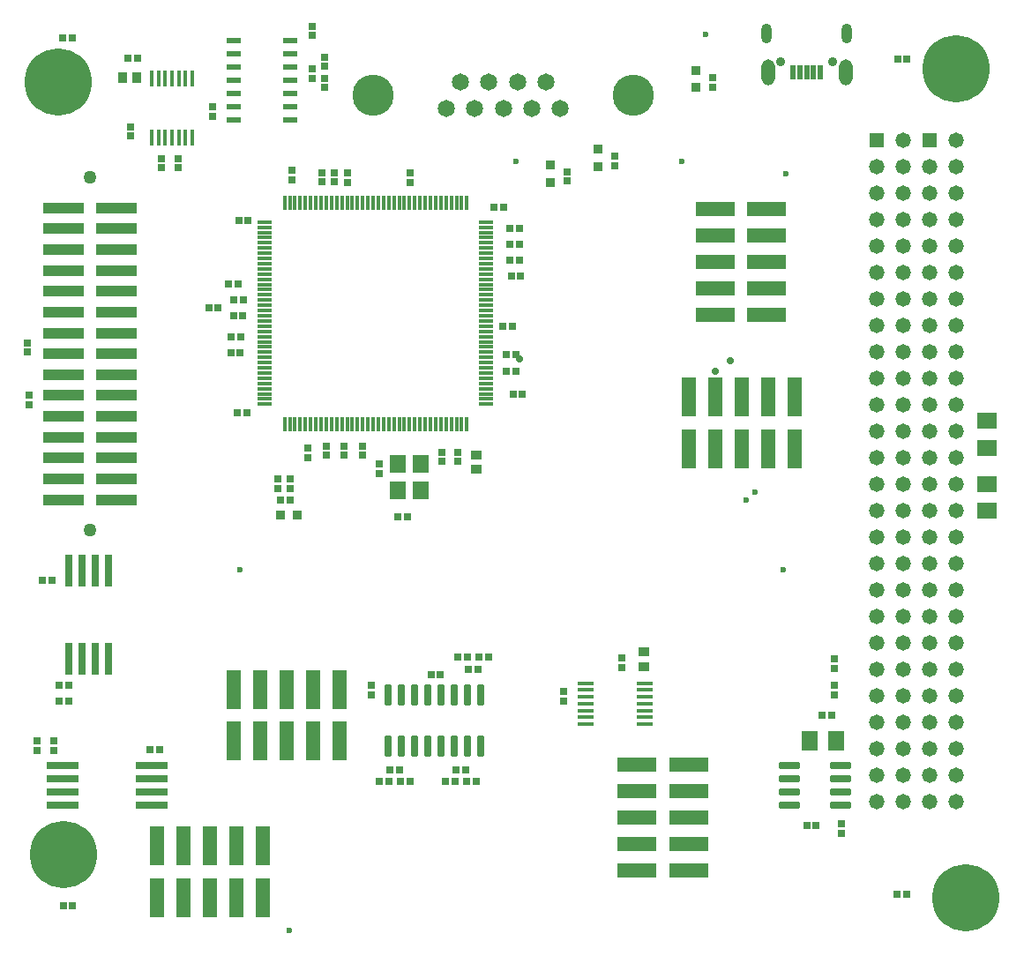
<source format=gbr>
%TF.GenerationSoftware,Altium Limited,Altium Designer,21.8.1 (53)*%
G04 Layer_Color=8388736*
%FSLAX45Y45*%
%MOMM*%
%TF.SameCoordinates,27AF3B28-2B88-43EB-8C06-45BE792F9E07*%
%TF.FilePolarity,Negative*%
%TF.FileFunction,Soldermask,Top*%
%TF.Part,Single*%
G01*
G75*
%TA.AperFunction,SMDPad,CuDef*%
%ADD19R,1.46050X0.53340*%
%TA.AperFunction,ComponentPad*%
%ADD39C,1.65100*%
%TA.AperFunction,ViaPad*%
%ADD48C,0.60000*%
%TA.AperFunction,SMDPad,CuDef*%
%ADD75R,1.50160X0.45160*%
%ADD77R,0.65160X0.65160*%
%ADD79R,0.65160X0.65160*%
%ADD80R,1.00160X0.90160*%
%TA.AperFunction,ComponentPad*%
%ADD81C,3.96240*%
%ADD82C,0.90160*%
%ADD83O,1.30160X2.50160*%
%ADD84O,1.00160X1.90160*%
%ADD85C,1.26460*%
%ADD86C,1.47160*%
%ADD87R,1.47160X1.47160*%
%ADD88C,6.45160*%
%TA.AperFunction,ViaPad*%
%ADD89C,0.70320*%
%TA.AperFunction,TestPad*%
%ADD90C,0.60000*%
%TA.AperFunction,SMDPad,CuDef*%
%ADD98R,1.45160X0.45160*%
%ADD99R,0.45160X1.45160*%
%ADD100R,0.55160X1.40160*%
%ADD101R,1.60160X1.80160*%
G04:AMPARAMS|DCode=102|XSize=2.0816mm|YSize=0.6316mm|CornerRadius=0.11705mm|HoleSize=0mm|Usage=FLASHONLY|Rotation=90.000|XOffset=0mm|YOffset=0mm|HoleType=Round|Shape=RoundedRectangle|*
%AMROUNDEDRECTD102*
21,1,2.08160,0.39750,0,0,90.0*
21,1,1.84750,0.63160,0,0,90.0*
1,1,0.23410,0.19875,0.92375*
1,1,0.23410,0.19875,-0.92375*
1,1,0.23410,-0.19875,-0.92375*
1,1,0.23410,-0.19875,0.92375*
%
%ADD102ROUNDEDRECTD102*%
G04:AMPARAMS|DCode=103|XSize=2.0716mm|YSize=0.7016mm|CornerRadius=0.1258mm|HoleSize=0mm|Usage=FLASHONLY|Rotation=0.000|XOffset=0mm|YOffset=0mm|HoleType=Round|Shape=RoundedRectangle|*
%AMROUNDEDRECTD103*
21,1,2.07160,0.45000,0,0,0.0*
21,1,1.82000,0.70160,0,0,0.0*
1,1,0.25160,0.91000,-0.22500*
1,1,0.25160,-0.91000,-0.22500*
1,1,0.25160,-0.91000,0.22500*
1,1,0.25160,0.91000,0.22500*
%
%ADD103ROUNDEDRECTD103*%
%ADD104R,0.45160X1.50160*%
%ADD105R,0.70160X3.10160*%
%ADD106R,3.10160X0.70160*%
%ADD107R,3.90160X1.12160*%
%ADD108R,1.37160X3.78160*%
%ADD109R,3.78160X1.37160*%
%ADD110R,0.90160X0.90160*%
%ADD111R,0.90160X0.90160*%
%ADD112R,1.50160X1.90160*%
%ADD113R,0.90160X1.00160*%
%ADD114R,1.90160X1.50160*%
D19*
X2140585Y8699500D02*
D03*
Y8572500D02*
D03*
Y8445500D02*
D03*
Y8318500D02*
D03*
Y8191500D02*
D03*
Y8064500D02*
D03*
Y7937500D02*
D03*
X2685415D02*
D03*
Y8064500D02*
D03*
Y8191500D02*
D03*
Y8318500D02*
D03*
Y8445500D02*
D03*
Y8572500D02*
D03*
Y8699500D02*
D03*
D39*
X4181300Y8051800D02*
D03*
X4318300Y8305800D02*
D03*
X4455300Y8051800D02*
D03*
X4592300Y8305800D02*
D03*
X4729300Y8051800D02*
D03*
X4866300Y8305800D02*
D03*
X5003300Y8051800D02*
D03*
X5140300Y8305800D02*
D03*
X5277300Y8051800D02*
D03*
D48*
X2199640Y3616960D02*
D03*
X7444740Y7421880D02*
D03*
X7417661Y3616701D02*
D03*
X2672080Y160020D02*
D03*
X6446520Y7538720D02*
D03*
X4853940D02*
D03*
X6672580Y8755380D02*
D03*
D75*
X5516400Y2464260D02*
D03*
Y2399260D02*
D03*
Y2334260D02*
D03*
X6091400Y2139260D02*
D03*
X5516400D02*
D03*
Y2204260D02*
D03*
Y2269260D02*
D03*
X6091400Y2204260D02*
D03*
Y2269260D02*
D03*
Y2334260D02*
D03*
Y2399260D02*
D03*
Y2464260D02*
D03*
Y2529260D02*
D03*
X5516400D02*
D03*
D77*
X3012440Y8453120D02*
D03*
Y8543120D02*
D03*
X7975600Y1181100D02*
D03*
Y1091100D02*
D03*
X5803900Y7588800D02*
D03*
Y7498800D02*
D03*
X6743700Y8253900D02*
D03*
Y8343900D02*
D03*
X5346700Y7352200D02*
D03*
Y7442200D02*
D03*
X1943100Y8064500D02*
D03*
Y7974500D02*
D03*
X2895600Y8427000D02*
D03*
Y8337000D02*
D03*
X419100Y1885400D02*
D03*
Y1975400D02*
D03*
X2987040Y7431320D02*
D03*
Y7341320D02*
D03*
X3103880Y7431320D02*
D03*
Y7341320D02*
D03*
X177800Y5295900D02*
D03*
Y5205900D02*
D03*
X165100Y5798100D02*
D03*
Y5708100D02*
D03*
X7912100Y2672800D02*
D03*
Y2762800D02*
D03*
Y2508800D02*
D03*
Y2418800D02*
D03*
X1447800Y7569200D02*
D03*
Y7479200D02*
D03*
X1612900Y7569200D02*
D03*
Y7479200D02*
D03*
X254000Y1885400D02*
D03*
Y1975400D02*
D03*
X3035300Y4717500D02*
D03*
Y4807500D02*
D03*
X3200400Y4807500D02*
D03*
Y4717500D02*
D03*
X3012440Y8338100D02*
D03*
Y8248100D02*
D03*
X2682240Y4491820D02*
D03*
Y4401820D02*
D03*
X2565400Y4491820D02*
D03*
Y4401820D02*
D03*
X3462020Y2508800D02*
D03*
Y2418800D02*
D03*
X5306060Y2357840D02*
D03*
Y2447840D02*
D03*
X5867400Y2772960D02*
D03*
Y2682960D02*
D03*
X2895600Y8837760D02*
D03*
Y8747760D02*
D03*
X1155700Y7784000D02*
D03*
Y7874000D02*
D03*
X3543300Y4545500D02*
D03*
Y4635500D02*
D03*
X2705100Y7366000D02*
D03*
Y7456000D02*
D03*
X3238500Y7340600D02*
D03*
Y7430600D02*
D03*
X3835400Y7340600D02*
D03*
Y7430600D02*
D03*
X3378200Y4807500D02*
D03*
Y4717500D02*
D03*
X2857500Y4787900D02*
D03*
Y4697900D02*
D03*
X4140200Y4749800D02*
D03*
Y4659800D02*
D03*
X4292600Y4749800D02*
D03*
Y4659800D02*
D03*
D79*
X3811100Y4127500D02*
D03*
X3721100D02*
D03*
X4037500Y2613660D02*
D03*
X4127500D02*
D03*
X4395640Y2667000D02*
D03*
X4485640D02*
D03*
X558800Y2514600D02*
D03*
X468800D02*
D03*
X2190200Y6972300D02*
D03*
X2280200D02*
D03*
X2235200Y6210300D02*
D03*
X2145200D02*
D03*
X1993900Y6134100D02*
D03*
X1903900D02*
D03*
X2229400Y6057900D02*
D03*
X2139400D02*
D03*
X2114000Y5702300D02*
D03*
X2204000D02*
D03*
X4762500Y5524500D02*
D03*
X4852500D02*
D03*
X4762500Y5689600D02*
D03*
X4852500D02*
D03*
X4498340Y2781300D02*
D03*
X4588340D02*
D03*
X558800Y2362200D02*
D03*
X468800D02*
D03*
X4294040Y2781300D02*
D03*
X4384040D02*
D03*
X4379680Y1584960D02*
D03*
X4469680D02*
D03*
X4278080Y1699260D02*
D03*
X4368080D02*
D03*
X4174660Y1584960D02*
D03*
X4264660D02*
D03*
X3629660D02*
D03*
X3539660D02*
D03*
X3730540Y1699260D02*
D03*
X3640540D02*
D03*
X3833960Y1584960D02*
D03*
X3743960D02*
D03*
X4793700Y6591300D02*
D03*
X4883700D02*
D03*
X4793700Y6743700D02*
D03*
X4883700D02*
D03*
X4793700Y6896100D02*
D03*
X4883700D02*
D03*
X8599000Y508000D02*
D03*
X8509000D02*
D03*
X506900Y393700D02*
D03*
X596900D02*
D03*
X8604800Y8521700D02*
D03*
X8514800D02*
D03*
X501100Y8724900D02*
D03*
X591100D02*
D03*
X2590800Y4284980D02*
D03*
X2680800D02*
D03*
X7790900Y2222500D02*
D03*
X7880900D02*
D03*
X7731760Y1165860D02*
D03*
X7641760D02*
D03*
X1130300Y8534400D02*
D03*
X1220300D02*
D03*
X304800Y3517900D02*
D03*
X394800D02*
D03*
X1429300Y1892300D02*
D03*
X1339300D02*
D03*
X2270040Y5125720D02*
D03*
X2180040D02*
D03*
X2209800Y5854700D02*
D03*
X2119800D02*
D03*
X2184400Y6362700D02*
D03*
X2094400D02*
D03*
X4643120Y7099300D02*
D03*
X4733120D02*
D03*
X4806400Y6438900D02*
D03*
X4896400D02*
D03*
X4724400Y5956300D02*
D03*
X4814400D02*
D03*
X4824900Y5308600D02*
D03*
X4914900D02*
D03*
D80*
X6083300Y2689860D02*
D03*
Y2829860D02*
D03*
X4470400Y4724400D02*
D03*
Y4584400D02*
D03*
D81*
X3479800Y8178800D02*
D03*
X5978800D02*
D03*
D82*
X7391400Y8496300D02*
D03*
X7891400D02*
D03*
D83*
X7268900Y8391300D02*
D03*
X8013900D02*
D03*
D84*
X7253900Y8771300D02*
D03*
X8028900D02*
D03*
D85*
X762500Y4000300D02*
D03*
Y7385300D02*
D03*
D86*
X8572500Y2667000D02*
D03*
Y2921000D02*
D03*
Y3429000D02*
D03*
Y3175000D02*
D03*
Y3937000D02*
D03*
Y4191000D02*
D03*
Y4445000D02*
D03*
Y4953000D02*
D03*
Y4699000D02*
D03*
Y5461000D02*
D03*
Y5969000D02*
D03*
Y5207000D02*
D03*
Y5715000D02*
D03*
Y3683000D02*
D03*
Y2413000D02*
D03*
X8318500Y6477000D02*
D03*
Y5715000D02*
D03*
Y5969000D02*
D03*
Y6223000D02*
D03*
Y5461000D02*
D03*
Y4953000D02*
D03*
Y7493000D02*
D03*
Y6985000D02*
D03*
Y6731000D02*
D03*
Y7239000D02*
D03*
Y5207000D02*
D03*
X8572500Y1397000D02*
D03*
Y2159000D02*
D03*
Y1651000D02*
D03*
X8318500Y1905000D02*
D03*
Y1651000D02*
D03*
X8572500Y1905000D02*
D03*
X8318500Y1397000D02*
D03*
Y2159000D02*
D03*
Y2667000D02*
D03*
Y2921000D02*
D03*
Y3175000D02*
D03*
Y3429000D02*
D03*
Y3683000D02*
D03*
Y3937000D02*
D03*
Y4445000D02*
D03*
Y4699000D02*
D03*
Y2413000D02*
D03*
Y4191000D02*
D03*
X8572500Y6731000D02*
D03*
Y6477000D02*
D03*
Y7239000D02*
D03*
Y6223000D02*
D03*
Y7747000D02*
D03*
Y6985000D02*
D03*
Y7493000D02*
D03*
X9080500Y2667000D02*
D03*
Y2921000D02*
D03*
Y3429000D02*
D03*
Y3175000D02*
D03*
Y3937000D02*
D03*
Y4191000D02*
D03*
Y4445000D02*
D03*
Y4953000D02*
D03*
Y4699000D02*
D03*
Y5461000D02*
D03*
Y5969000D02*
D03*
Y5207000D02*
D03*
Y5715000D02*
D03*
Y3683000D02*
D03*
Y2413000D02*
D03*
X8826500Y6477000D02*
D03*
Y5715000D02*
D03*
Y5969000D02*
D03*
Y6223000D02*
D03*
Y5461000D02*
D03*
Y4953000D02*
D03*
Y7493000D02*
D03*
Y6985000D02*
D03*
Y6731000D02*
D03*
Y7239000D02*
D03*
Y5207000D02*
D03*
X9080500Y1397000D02*
D03*
Y2159000D02*
D03*
Y1651000D02*
D03*
X8826500Y1905000D02*
D03*
Y1651000D02*
D03*
X9080500Y1905000D02*
D03*
X8826500Y1397000D02*
D03*
Y2159000D02*
D03*
Y2667000D02*
D03*
Y2921000D02*
D03*
Y3175000D02*
D03*
Y3429000D02*
D03*
Y3683000D02*
D03*
Y3937000D02*
D03*
Y4445000D02*
D03*
Y4699000D02*
D03*
Y2413000D02*
D03*
Y4191000D02*
D03*
X9080500Y6731000D02*
D03*
Y6477000D02*
D03*
Y7239000D02*
D03*
Y6223000D02*
D03*
Y7747000D02*
D03*
Y6985000D02*
D03*
Y7493000D02*
D03*
D87*
X8318500Y7747000D02*
D03*
X8826500D02*
D03*
D88*
X9169400Y469900D02*
D03*
X9080500Y8432800D02*
D03*
X457200Y8305800D02*
D03*
X508000Y889000D02*
D03*
D89*
X6769100Y5527040D02*
D03*
X4882280Y5641340D02*
D03*
X6908800Y5623560D02*
D03*
D90*
X7062295Y4291889D02*
D03*
X7150100Y4363720D02*
D03*
D98*
X2442700Y5208300D02*
D03*
Y5258300D02*
D03*
Y5308300D02*
D03*
Y5358300D02*
D03*
Y5408300D02*
D03*
Y5458300D02*
D03*
Y5508300D02*
D03*
Y5558300D02*
D03*
Y5608300D02*
D03*
Y5658300D02*
D03*
Y5708300D02*
D03*
Y5758300D02*
D03*
Y5808300D02*
D03*
Y5858300D02*
D03*
Y5908300D02*
D03*
Y5958300D02*
D03*
Y6008300D02*
D03*
Y6058300D02*
D03*
Y6108300D02*
D03*
Y6158300D02*
D03*
Y6208300D02*
D03*
Y6258300D02*
D03*
Y6308300D02*
D03*
Y6358300D02*
D03*
Y6408300D02*
D03*
Y6458300D02*
D03*
Y6508300D02*
D03*
Y6558300D02*
D03*
Y6608300D02*
D03*
Y6658300D02*
D03*
Y6708300D02*
D03*
Y6758300D02*
D03*
Y6808300D02*
D03*
Y6858300D02*
D03*
Y6908300D02*
D03*
Y6958300D02*
D03*
X4567700D02*
D03*
Y6908300D02*
D03*
Y6858300D02*
D03*
Y6808300D02*
D03*
Y6758300D02*
D03*
Y6708300D02*
D03*
Y6658300D02*
D03*
Y6608300D02*
D03*
Y6558300D02*
D03*
Y6508300D02*
D03*
Y6458300D02*
D03*
Y6408300D02*
D03*
Y6358300D02*
D03*
Y6308300D02*
D03*
Y6258300D02*
D03*
Y6208300D02*
D03*
Y6158300D02*
D03*
Y6108300D02*
D03*
Y6058300D02*
D03*
Y6008300D02*
D03*
Y5958300D02*
D03*
Y5908300D02*
D03*
Y5858300D02*
D03*
Y5808300D02*
D03*
Y5758300D02*
D03*
Y5708300D02*
D03*
Y5658300D02*
D03*
Y5608300D02*
D03*
Y5558300D02*
D03*
Y5508300D02*
D03*
Y5458300D02*
D03*
Y5408300D02*
D03*
Y5358300D02*
D03*
Y5308300D02*
D03*
Y5258300D02*
D03*
Y5208300D02*
D03*
D99*
X2630200Y7145800D02*
D03*
X2680200D02*
D03*
X2730200D02*
D03*
X2780200D02*
D03*
X2830200D02*
D03*
X2880200D02*
D03*
X2930200D02*
D03*
X2980200D02*
D03*
X3030200D02*
D03*
X3080200D02*
D03*
X3130200D02*
D03*
X3180200D02*
D03*
X3230200D02*
D03*
X3280200D02*
D03*
X3330200D02*
D03*
X3380200D02*
D03*
X3430200D02*
D03*
X3480200D02*
D03*
X3530200D02*
D03*
X3580200D02*
D03*
X3630200D02*
D03*
X3680200D02*
D03*
X3730200D02*
D03*
X3780200D02*
D03*
X3830200D02*
D03*
X3880200D02*
D03*
X3930200D02*
D03*
X3980200D02*
D03*
X4030200D02*
D03*
X4080200D02*
D03*
X4130200D02*
D03*
X4180200D02*
D03*
X4230200D02*
D03*
X4280200D02*
D03*
X4330200D02*
D03*
X4380200D02*
D03*
Y5020800D02*
D03*
X4330200D02*
D03*
X4280200D02*
D03*
X4230200D02*
D03*
X4180200D02*
D03*
X4130200D02*
D03*
X4080200D02*
D03*
X4030200D02*
D03*
X3980200D02*
D03*
X3930200D02*
D03*
X3880200D02*
D03*
X3830200D02*
D03*
X3780200D02*
D03*
X3730200D02*
D03*
X3680200D02*
D03*
X3630200D02*
D03*
X3580200D02*
D03*
X3530200D02*
D03*
X3480200D02*
D03*
X3430200D02*
D03*
X3380200D02*
D03*
X3330200D02*
D03*
X3280200D02*
D03*
X3230200D02*
D03*
X3180200D02*
D03*
X3130200D02*
D03*
X3080200D02*
D03*
X3030200D02*
D03*
X2980200D02*
D03*
X2930200D02*
D03*
X2880200D02*
D03*
X2830200D02*
D03*
X2780200D02*
D03*
X2730200D02*
D03*
X2680200D02*
D03*
X2630200D02*
D03*
D100*
X7511400Y8391300D02*
D03*
X7576400D02*
D03*
X7641400D02*
D03*
X7706400D02*
D03*
X7771400D02*
D03*
D101*
X3721100Y4381500D02*
D03*
Y4635500D02*
D03*
X3941100D02*
D03*
Y4381500D02*
D03*
D102*
X3620320Y2418320D02*
D03*
X3747320D02*
D03*
X3874320D02*
D03*
X4001320D02*
D03*
X4128320D02*
D03*
X4255320D02*
D03*
X4382320D02*
D03*
X4509320D02*
D03*
Y1925320D02*
D03*
X4382320D02*
D03*
X4255320D02*
D03*
X4128320D02*
D03*
X4001320D02*
D03*
X3874320D02*
D03*
X3747320D02*
D03*
X3620320D02*
D03*
D103*
X7474600Y1739900D02*
D03*
Y1612900D02*
D03*
Y1485900D02*
D03*
Y1358900D02*
D03*
X7968600D02*
D03*
Y1485900D02*
D03*
Y1612900D02*
D03*
Y1739900D02*
D03*
D104*
X1419400Y7764300D02*
D03*
X1484400D02*
D03*
X1549400D02*
D03*
X1744400Y8339300D02*
D03*
Y7764300D02*
D03*
X1679400D02*
D03*
X1614400D02*
D03*
X1679400Y8339300D02*
D03*
X1614400D02*
D03*
X1549400D02*
D03*
X1484400D02*
D03*
X1419400D02*
D03*
X1354400D02*
D03*
Y7764300D02*
D03*
D105*
X939800Y3612700D02*
D03*
X812800D02*
D03*
X685800D02*
D03*
X558800D02*
D03*
X812800Y2762700D02*
D03*
X685800D02*
D03*
X939800D02*
D03*
X558800D02*
D03*
D106*
X1352100Y1358900D02*
D03*
Y1485900D02*
D03*
Y1612900D02*
D03*
Y1739900D02*
D03*
X502100Y1485900D02*
D03*
Y1612900D02*
D03*
Y1358900D02*
D03*
Y1739900D02*
D03*
D107*
X1016000Y4292800D02*
D03*
X509000D02*
D03*
X1016000Y4492800D02*
D03*
X509000D02*
D03*
X1016000Y4692800D02*
D03*
X509000D02*
D03*
X1016000Y4892800D02*
D03*
X509000D02*
D03*
X1016000Y5092800D02*
D03*
X509000D02*
D03*
X1016000Y5292800D02*
D03*
X509000D02*
D03*
X1016000Y5492800D02*
D03*
X509000D02*
D03*
X1016000Y5692800D02*
D03*
X509000D02*
D03*
X1016000Y5892800D02*
D03*
X509000D02*
D03*
X1016000Y6092800D02*
D03*
X509000D02*
D03*
X1016000Y6292800D02*
D03*
X509000D02*
D03*
X1016000Y6492800D02*
D03*
X509000D02*
D03*
X1016000Y6692800D02*
D03*
X509000D02*
D03*
X1016000Y6892800D02*
D03*
X509000D02*
D03*
X1016000Y7092800D02*
D03*
X509000D02*
D03*
D108*
X2138680Y1976420D02*
D03*
Y2471420D02*
D03*
X2392680Y1976420D02*
D03*
Y2471420D02*
D03*
X2646680Y1976420D02*
D03*
Y2471420D02*
D03*
X2900680Y1976420D02*
D03*
Y2471420D02*
D03*
X3154680Y1976420D02*
D03*
Y2471420D02*
D03*
X6515100Y4781700D02*
D03*
Y5276700D02*
D03*
X6769100Y4781700D02*
D03*
Y5276700D02*
D03*
X7023100Y4781700D02*
D03*
Y5276700D02*
D03*
X7277100Y4781700D02*
D03*
Y5276700D02*
D03*
X7531100Y4781700D02*
D03*
Y5276700D02*
D03*
X2425700Y968860D02*
D03*
Y473860D02*
D03*
X2171700Y968860D02*
D03*
Y473860D02*
D03*
X1917700Y968860D02*
D03*
Y473860D02*
D03*
X1663700Y968860D02*
D03*
Y473860D02*
D03*
X1409700Y968860D02*
D03*
Y473860D02*
D03*
D109*
X6013600Y1752600D02*
D03*
X6508600D02*
D03*
X6013600Y1498600D02*
D03*
X6508600D02*
D03*
X6013600Y1244600D02*
D03*
X6508600D02*
D03*
X6013600Y990600D02*
D03*
X6508600D02*
D03*
X6013600Y736600D02*
D03*
X6508600D02*
D03*
X7257900Y6070600D02*
D03*
X6762900D02*
D03*
X7257900Y6324600D02*
D03*
X6762900D02*
D03*
X7257900Y6578600D02*
D03*
X6762900D02*
D03*
X7257900Y6832600D02*
D03*
X6762900D02*
D03*
X7257900Y7086600D02*
D03*
X6762900D02*
D03*
D110*
X5638800Y7658100D02*
D03*
Y7493100D02*
D03*
X6578600Y8413700D02*
D03*
Y8248700D02*
D03*
X5181600Y7505700D02*
D03*
Y7340700D02*
D03*
D111*
X2755900Y4142740D02*
D03*
X2590900D02*
D03*
D112*
X7927800Y1981200D02*
D03*
X7667800D02*
D03*
D113*
X1213000Y8343900D02*
D03*
X1073000D02*
D03*
D114*
X9372600Y4445000D02*
D03*
Y4185000D02*
D03*
Y4787900D02*
D03*
Y5047900D02*
D03*
%TF.MD5,3f3e54c668bfe1513a2ed4dd2d1d3340*%
M02*

</source>
